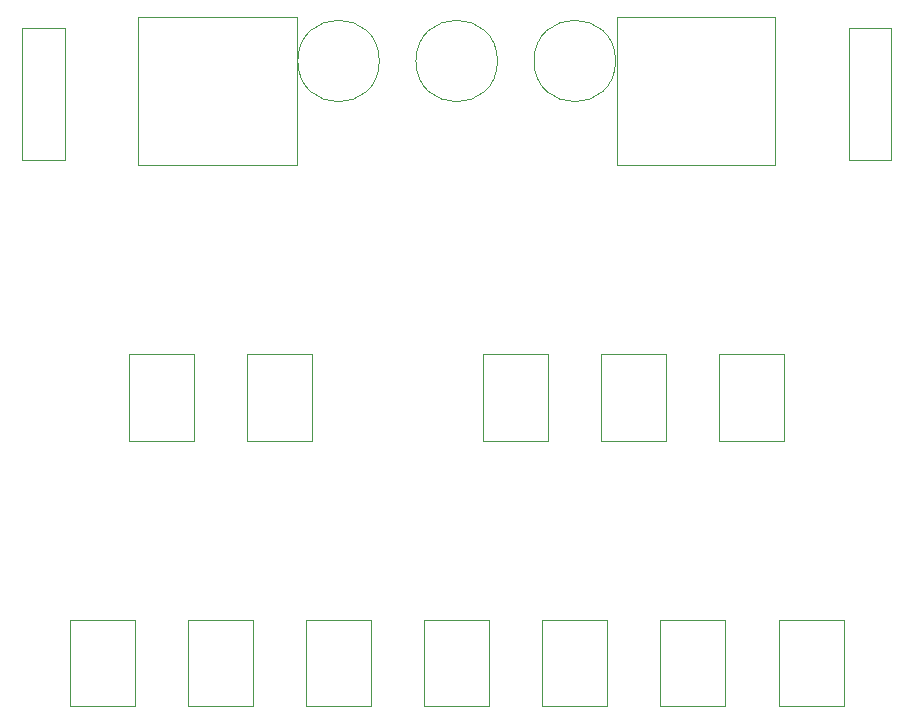
<source format=gbr>
G04 #@! TF.GenerationSoftware,KiCad,Pcbnew,(5.1.0)-1*
G04 #@! TF.CreationDate,2019-04-08T11:36:16+09:00*
G04 #@! TF.ProjectId,APA102,41504131-3032-42e6-9b69-6361645f7063,rev?*
G04 #@! TF.SameCoordinates,Original*
G04 #@! TF.FileFunction,Other,User*
%FSLAX46Y46*%
G04 Gerber Fmt 4.6, Leading zero omitted, Abs format (unit mm)*
G04 Created by KiCad (PCBNEW (5.1.0)-1) date 2019-04-08 11:36:16*
%MOMM*%
%LPD*%
G04 APERTURE LIST*
%ADD10C,0.050000*%
G04 APERTURE END LIST*
D10*
X138450000Y-35000000D02*
G75*
G03X138450000Y-35000000I-3450000J0D01*
G01*
X128450000Y-35000000D02*
G75*
G03X128450000Y-35000000I-3450000J0D01*
G01*
X148450000Y-35000000D02*
G75*
G03X148450000Y-35000000I-3450000J0D01*
G01*
X102250000Y-82350000D02*
X102250000Y-89650000D01*
X107750000Y-82350000D02*
X102250000Y-82350000D01*
X107750000Y-89650000D02*
X107750000Y-82350000D01*
X102250000Y-89650000D02*
X107750000Y-89650000D01*
X107250000Y-67150000D02*
X112750000Y-67150000D01*
X112750000Y-67150000D02*
X112750000Y-59850000D01*
X112750000Y-59850000D02*
X107250000Y-59850000D01*
X107250000Y-59850000D02*
X107250000Y-67150000D01*
X112250000Y-82350000D02*
X112250000Y-89650000D01*
X117750000Y-82350000D02*
X112250000Y-82350000D01*
X117750000Y-89650000D02*
X117750000Y-82350000D01*
X112250000Y-89650000D02*
X117750000Y-89650000D01*
X117250000Y-67150000D02*
X122750000Y-67150000D01*
X122750000Y-67150000D02*
X122750000Y-59850000D01*
X122750000Y-59850000D02*
X117250000Y-59850000D01*
X117250000Y-59850000D02*
X117250000Y-67150000D01*
X122250000Y-82350000D02*
X122250000Y-89650000D01*
X127750000Y-82350000D02*
X122250000Y-82350000D01*
X127750000Y-89650000D02*
X127750000Y-82350000D01*
X122250000Y-89650000D02*
X127750000Y-89650000D01*
X132250000Y-89650000D02*
X137750000Y-89650000D01*
X137750000Y-89650000D02*
X137750000Y-82350000D01*
X137750000Y-82350000D02*
X132250000Y-82350000D01*
X132250000Y-82350000D02*
X132250000Y-89650000D01*
X137250000Y-59850000D02*
X137250000Y-67150000D01*
X142750000Y-59850000D02*
X137250000Y-59850000D01*
X142750000Y-67150000D02*
X142750000Y-59850000D01*
X137250000Y-67150000D02*
X142750000Y-67150000D01*
X142250000Y-89650000D02*
X147750000Y-89650000D01*
X147750000Y-89650000D02*
X147750000Y-82350000D01*
X147750000Y-82350000D02*
X142250000Y-82350000D01*
X142250000Y-82350000D02*
X142250000Y-89650000D01*
X147250000Y-59850000D02*
X147250000Y-67150000D01*
X152750000Y-59850000D02*
X147250000Y-59850000D01*
X152750000Y-67150000D02*
X152750000Y-59850000D01*
X147250000Y-67150000D02*
X152750000Y-67150000D01*
X152250000Y-89650000D02*
X157750000Y-89650000D01*
X157750000Y-89650000D02*
X157750000Y-82350000D01*
X157750000Y-82350000D02*
X152250000Y-82350000D01*
X152250000Y-82350000D02*
X152250000Y-89650000D01*
X157250000Y-59850000D02*
X157250000Y-67150000D01*
X162750000Y-59850000D02*
X157250000Y-59850000D01*
X162750000Y-67150000D02*
X162750000Y-59850000D01*
X157250000Y-67150000D02*
X162750000Y-67150000D01*
X162250000Y-89650000D02*
X167750000Y-89650000D01*
X167750000Y-89650000D02*
X167750000Y-82350000D01*
X167750000Y-82350000D02*
X162250000Y-82350000D01*
X162250000Y-82350000D02*
X162250000Y-89650000D01*
X101800000Y-32200000D02*
X98200000Y-32200000D01*
X101800000Y-43400000D02*
X101800000Y-32200000D01*
X98200000Y-43400000D02*
X101800000Y-43400000D01*
X98200000Y-32200000D02*
X98200000Y-43400000D01*
X168200000Y-32200000D02*
X168200000Y-43400000D01*
X168200000Y-43400000D02*
X171800000Y-43400000D01*
X171800000Y-43400000D02*
X171800000Y-32200000D01*
X171800000Y-32200000D02*
X168200000Y-32200000D01*
X121450000Y-43800000D02*
X121450000Y-31300000D01*
X121450000Y-31300000D02*
X108050000Y-31300000D01*
X108050000Y-31300000D02*
X108050000Y-43800000D01*
X108050000Y-43800000D02*
X121450000Y-43800000D01*
X148550000Y-43800000D02*
X161950000Y-43800000D01*
X148550000Y-31300000D02*
X148550000Y-43800000D01*
X161950000Y-31300000D02*
X148550000Y-31300000D01*
X161950000Y-43800000D02*
X161950000Y-31300000D01*
M02*

</source>
